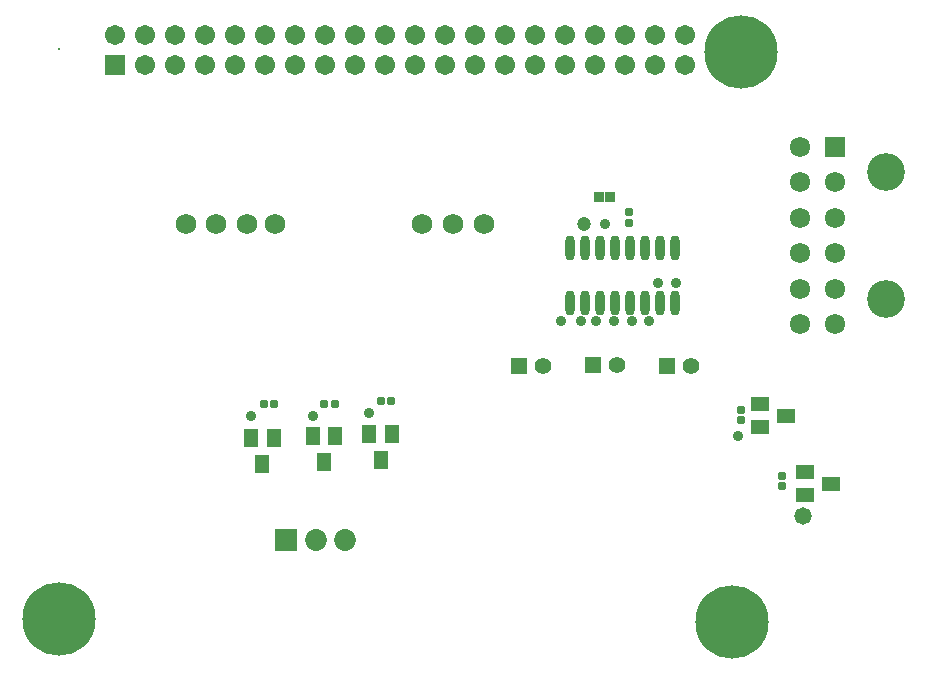
<source format=gbr>
%TF.GenerationSoftware,Altium Limited,Altium Designer,23.4.1 (23)*%
G04 Layer_Color=8388736*
%FSLAX45Y45*%
%MOMM*%
%TF.SameCoordinates,7AEF0BED-FCCA-4DCD-95BC-53F5E5A48FEA*%
%TF.FilePolarity,Negative*%
%TF.FileFunction,Soldermask,Top*%
%TF.Part,Single*%
G01*
G75*
%TA.AperFunction,SMDPad,CuDef*%
%ADD43O,0.80320X2.10320*%
%ADD44R,1.60320X1.20320*%
G04:AMPARAMS|DCode=45|XSize=0.7532mm|YSize=0.7032mm|CornerRadius=0.1641mm|HoleSize=0mm|Usage=FLASHONLY|Rotation=0.000|XOffset=0mm|YOffset=0mm|HoleType=Round|Shape=RoundedRectangle|*
%AMROUNDEDRECTD45*
21,1,0.75320,0.37500,0,0,0.0*
21,1,0.42500,0.70320,0,0,0.0*
1,1,0.32820,0.21250,-0.18750*
1,1,0.32820,-0.21250,-0.18750*
1,1,0.32820,-0.21250,0.18750*
1,1,0.32820,0.21250,0.18750*
%
%ADD45ROUNDEDRECTD45*%
%ADD46R,0.95320X0.90320*%
%ADD47R,1.20320X1.60320*%
G04:AMPARAMS|DCode=48|XSize=0.7532mm|YSize=0.7032mm|CornerRadius=0.1641mm|HoleSize=0mm|Usage=FLASHONLY|Rotation=270.000|XOffset=0mm|YOffset=0mm|HoleType=Round|Shape=RoundedRectangle|*
%AMROUNDEDRECTD48*
21,1,0.75320,0.37500,0,0,270.0*
21,1,0.42500,0.70320,0,0,270.0*
1,1,0.32820,-0.18750,-0.21250*
1,1,0.32820,-0.18750,0.21250*
1,1,0.32820,0.18750,0.21250*
1,1,0.32820,0.18750,-0.21250*
%
%ADD48ROUNDEDRECTD48*%
%TA.AperFunction,ViaPad*%
%ADD49C,6.20320*%
%TA.AperFunction,ComponentPad*%
%ADD50R,1.40320X1.40320*%
%ADD51C,1.40320*%
%ADD52C,1.70320*%
%ADD53R,1.70320X1.70320*%
%TA.AperFunction,ViaPad*%
%ADD54C,0.20320*%
%ADD55C,1.72720*%
%TA.AperFunction,ComponentPad*%
%ADD56C,1.72320*%
%ADD57C,3.20319*%
%ADD58R,1.72320X1.72320*%
%ADD59C,1.85320*%
%ADD60R,1.85320X1.85320*%
%TA.AperFunction,ViaPad*%
%ADD61C,0.90320*%
%ADD62C,1.20320*%
%ADD63C,1.47320*%
D43*
X8639002Y8845001D02*
D03*
X8512002D02*
D03*
X8385002D02*
D03*
X8258002D02*
D03*
X8131002D02*
D03*
X8004002D02*
D03*
X7877002D02*
D03*
X7750002D02*
D03*
X8639002Y8375000D02*
D03*
X8512002D02*
D03*
X8385002D02*
D03*
X8258002D02*
D03*
X8131002D02*
D03*
X8004002D02*
D03*
X7877002D02*
D03*
X7750002D02*
D03*
D44*
X9585000Y7424999D02*
D03*
X9365000Y7329998D02*
D03*
Y7520000D02*
D03*
X9960000Y6849999D02*
D03*
X9740001Y6755003D02*
D03*
Y6945000D02*
D03*
D45*
X9200002Y7384999D02*
D03*
Y7475002D02*
D03*
X9549999Y6825000D02*
D03*
Y6914998D02*
D03*
X8250001Y9145001D02*
D03*
Y9055003D02*
D03*
D46*
X8095001Y9275000D02*
D03*
X8000000D02*
D03*
D47*
X6150000Y7049999D02*
D03*
X6054999Y7269998D02*
D03*
X6245001D02*
D03*
X5669996Y7029994D02*
D03*
X5575000Y7249998D02*
D03*
X5764997D02*
D03*
X5149997Y7014997D02*
D03*
X5055001Y7235002D02*
D03*
X5244998D02*
D03*
D48*
X5675000Y7524999D02*
D03*
X5765002D02*
D03*
X5160000D02*
D03*
X5250002D02*
D03*
X6150000Y7549998D02*
D03*
X6239998D02*
D03*
D49*
X9125001Y5675000D02*
D03*
X3424997Y5700004D02*
D03*
X9200002Y10500004D02*
D03*
D50*
X8574999Y7844998D02*
D03*
X7950002Y7850002D02*
D03*
X7324999Y7845003D02*
D03*
D51*
X8774999Y7844998D02*
D03*
X8150001Y7850002D02*
D03*
X7524999Y7845003D02*
D03*
D52*
X4661002Y10396002D02*
D03*
Y10650002D02*
D03*
X5169002Y10396002D02*
D03*
X5677002D02*
D03*
X6185002D02*
D03*
X6439002D02*
D03*
X6693002D02*
D03*
Y10650002D02*
D03*
X6947002D02*
D03*
X7455002D02*
D03*
X7963002D02*
D03*
X8471002D02*
D03*
X8725002Y10396002D02*
D03*
Y10650002D02*
D03*
X7963002Y10396002D02*
D03*
X8471002D02*
D03*
X5423002D02*
D03*
X8217002D02*
D03*
X5931002Y10650002D02*
D03*
X6439002D02*
D03*
X7455002Y10396002D02*
D03*
X5169002Y10650002D02*
D03*
X7709002D02*
D03*
X8217002D02*
D03*
X7201002D02*
D03*
Y10396002D02*
D03*
X6947002D02*
D03*
X6185002Y10650002D02*
D03*
X5931002Y10396002D02*
D03*
X5423002Y10650002D02*
D03*
X4915002D02*
D03*
Y10396002D02*
D03*
X4407002Y10650002D02*
D03*
Y10396002D02*
D03*
X4153002Y10650002D02*
D03*
Y10396002D02*
D03*
X3899002Y10650002D02*
D03*
X7709002Y10396002D02*
D03*
X5677002Y10650002D02*
D03*
D53*
X3899002Y10396002D02*
D03*
D54*
X3425002Y10524998D02*
D03*
D55*
X5258333Y9050005D02*
D03*
X7025000D02*
D03*
X4500001D02*
D03*
X5016668D02*
D03*
X4758334D02*
D03*
X6500002D02*
D03*
X6762501D02*
D03*
D56*
X9700001Y8200004D02*
D03*
Y8500003D02*
D03*
Y8800003D02*
D03*
Y9100002D02*
D03*
Y9400002D02*
D03*
Y9700001D02*
D03*
X10000000Y8199999D02*
D03*
Y8499998D02*
D03*
Y8799998D02*
D03*
Y9400002D02*
D03*
Y9100002D02*
D03*
D57*
X10429997Y8416000D02*
D03*
Y9483999D02*
D03*
D58*
X10000000Y9700001D02*
D03*
D59*
X5850001Y6374999D02*
D03*
X5599999D02*
D03*
D60*
X5349997D02*
D03*
D61*
X8650000Y8550000D02*
D03*
X8500000D02*
D03*
X8425000Y8225000D02*
D03*
X9175000Y7250000D02*
D03*
X6050000Y7450000D02*
D03*
X5575000Y7425000D02*
D03*
X5050000D02*
D03*
X7675000Y8225000D02*
D03*
X8050000Y9050000D02*
D03*
X8275000Y8225000D02*
D03*
X8125000D02*
D03*
X7975000D02*
D03*
X7850000D02*
D03*
D62*
X7875000Y9050000D02*
D03*
D63*
X9725000Y6574998D02*
D03*
%TF.MD5,7295ff8a3b6d7a390f6fd63373fb57f3*%
M02*

</source>
